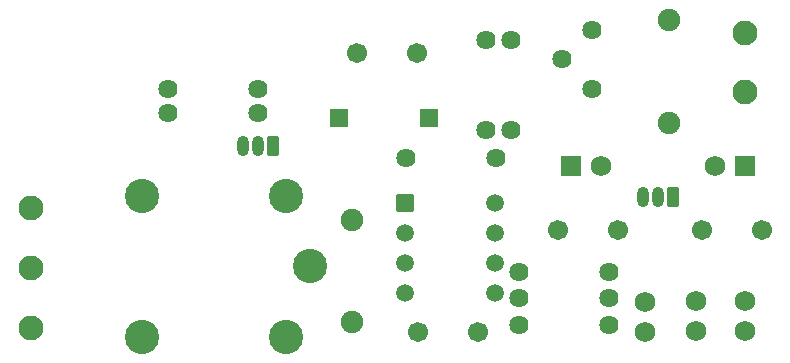
<source format=gts>
G04 Layer: TopSolderMaskLayer*
G04 EasyEDA v6.5.22, 2023-02-12 13:27:05*
G04 9d2100fef43045d39f3febf0e37c7303,ed70181f279245e6aff80281ee7dc86a,10*
G04 Gerber Generator version 0.2*
G04 Scale: 100 percent, Rotated: No, Reflected: No *
G04 Dimensions in millimeters *
G04 leading zeros omitted , absolute positions ,4 integer and 5 decimal *
%FSLAX45Y45*%
%MOMM*%

%AMMACRO1*1,1,$1,$2,$3*1,1,$1,$4,$5*1,1,$1,0-$2,0-$3*1,1,$1,0-$4,0-$5*20,1,$1,$2,$3,$4,$5,0*20,1,$1,$4,$5,0-$2,0-$3,0*20,1,$1,0-$2,0-$3,0-$4,0-$5,0*20,1,$1,0-$4,0-$5,$2,$3,0*4,1,4,$2,$3,$4,$5,0-$2,0-$3,0-$4,0-$5,$2,$3,0*%
%ADD10MACRO1,0.1016X-0.7X-0.75X-0.7X0.75*%
%ADD11C,1.7016*%
%ADD12C,1.7526*%
%ADD13MACRO1,0.1016X0.8255X-0.8255X-0.8255X-0.8255*%
%ADD14MACRO1,0.1016X-0.8255X0.8255X0.8255X0.8255*%
%ADD15C,1.9016*%
%ADD16C,2.1016*%
%ADD17O,1.0015981999999999X1.7015968*%
%ADD18MACRO1,0.1016X0.45X-0.8X-0.45X-0.8*%
%ADD19C,1.6256*%
%ADD20C,2.8956*%
%ADD21MACRO1,0.1016X0.6985X0.6985X0.6985X-0.6985*%
%ADD22C,1.4986*%

%LPD*%
D10*
G01*
X3531608Y5232398D03*
G01*
X4291594Y5232398D03*
D11*
G01*
X5384800Y4279900D03*
G01*
X5892800Y4279900D03*
G01*
X6604000Y4279900D03*
G01*
X7112000Y4279900D03*
G01*
X4203700Y3416300D03*
G01*
X4711700Y3416300D03*
G01*
X3683000Y5778500D03*
G01*
X4191000Y5778500D03*
D12*
G01*
X5753100Y4826000D03*
D13*
G01*
X5499100Y4826000D03*
D12*
G01*
X6718300Y4826000D03*
D14*
G01*
X6972300Y4826000D03*
D15*
G01*
X6324600Y6061100D03*
G01*
X6324600Y5191099D03*
G01*
X3644900Y3501999D03*
G01*
X3644900Y4372000D03*
D16*
G01*
X927100Y3454400D03*
G01*
X927100Y4470400D03*
G01*
X927100Y3962400D03*
G01*
X6972300Y5451855D03*
G01*
X6972300Y5952744D03*
D17*
G01*
X2717800Y4991100D03*
G01*
X2844800Y4991100D03*
D18*
G01*
X2971798Y4991100D03*
D17*
G01*
X6108700Y4559300D03*
G01*
X6235700Y4559300D03*
D18*
G01*
X6362698Y4559300D03*
D19*
G01*
X2844800Y5473700D03*
G01*
X2082800Y5473700D03*
G01*
X2082800Y5270500D03*
G01*
X2844800Y5270500D03*
G01*
X4102100Y4889500D03*
G01*
X4864100Y4889500D03*
G01*
X5054600Y3924300D03*
G01*
X5816600Y3924300D03*
G01*
X5054600Y3479800D03*
G01*
X5816600Y3479800D03*
G01*
X5054600Y3708400D03*
G01*
X5816600Y3708400D03*
G01*
X4991100Y5130800D03*
G01*
X4991100Y5892800D03*
G01*
X4775200Y5892800D03*
G01*
X4775200Y5130800D03*
D20*
G01*
X1868093Y4575047D03*
G01*
X3288106Y3975100D03*
G01*
X3088106Y3375101D03*
G01*
X3088106Y4575098D03*
G01*
X1868093Y3375152D03*
D19*
G01*
X5424906Y5727700D03*
G01*
X5674893Y5977686D03*
G01*
X5674893Y5477687D03*
D21*
G01*
X4089400Y4508500D03*
D22*
G01*
X4089400Y4254500D03*
G01*
X4089400Y4000500D03*
G01*
X4089400Y3746500D03*
G01*
X4851400Y3746500D03*
G01*
X4851400Y4000500D03*
G01*
X4851400Y4254500D03*
G01*
X4851400Y4508500D03*
D12*
G01*
X6121400Y3670300D03*
G01*
X6121400Y3416300D03*
G01*
X6553200Y3683000D03*
G01*
X6553200Y3429000D03*
G01*
X6972300Y3683000D03*
G01*
X6972300Y3429000D03*
M02*

</source>
